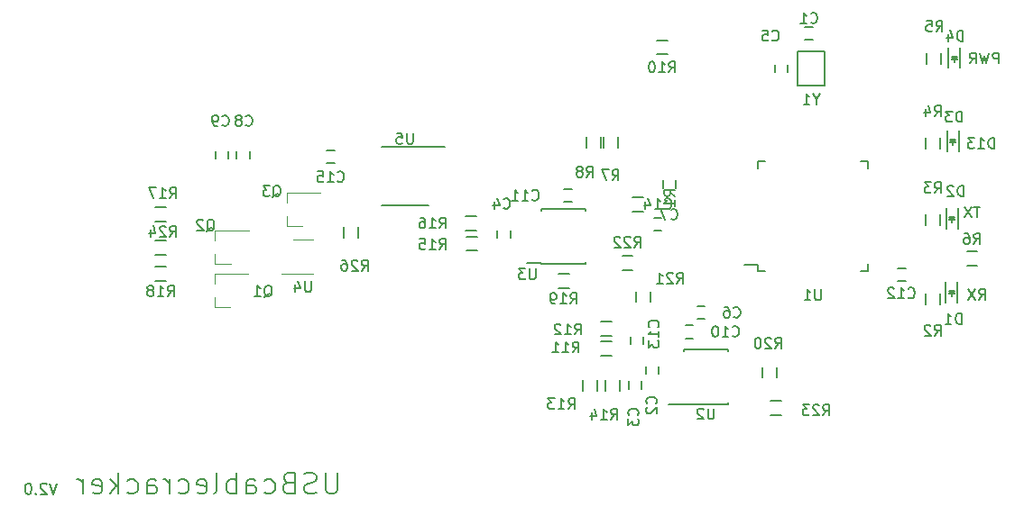
<source format=gbr>
G04 #@! TF.FileFunction,Legend,Bot*
%FSLAX46Y46*%
G04 Gerber Fmt 4.6, Leading zero omitted, Abs format (unit mm)*
G04 Created by KiCad (PCBNEW 4.0.5+dfsg1-4) date Fri Oct  5 16:33:36 2018*
%MOMM*%
%LPD*%
G01*
G04 APERTURE LIST*
%ADD10C,0.100000*%
%ADD11C,0.150000*%
%ADD12C,0.120000*%
G04 APERTURE END LIST*
D10*
D11*
X82595239Y-96404762D02*
X82595239Y-98023810D01*
X82500000Y-98214286D01*
X82404762Y-98309524D01*
X82214286Y-98404762D01*
X81833334Y-98404762D01*
X81642858Y-98309524D01*
X81547619Y-98214286D01*
X81452381Y-98023810D01*
X81452381Y-96404762D01*
X80595239Y-98309524D02*
X80309524Y-98404762D01*
X79833334Y-98404762D01*
X79642858Y-98309524D01*
X79547620Y-98214286D01*
X79452381Y-98023810D01*
X79452381Y-97833333D01*
X79547620Y-97642857D01*
X79642858Y-97547619D01*
X79833334Y-97452381D01*
X80214286Y-97357143D01*
X80404762Y-97261905D01*
X80500001Y-97166667D01*
X80595239Y-96976190D01*
X80595239Y-96785714D01*
X80500001Y-96595238D01*
X80404762Y-96500000D01*
X80214286Y-96404762D01*
X79738096Y-96404762D01*
X79452381Y-96500000D01*
X77928572Y-97357143D02*
X77642858Y-97452381D01*
X77547619Y-97547619D01*
X77452381Y-97738095D01*
X77452381Y-98023810D01*
X77547619Y-98214286D01*
X77642858Y-98309524D01*
X77833334Y-98404762D01*
X78595239Y-98404762D01*
X78595239Y-96404762D01*
X77928572Y-96404762D01*
X77738096Y-96500000D01*
X77642858Y-96595238D01*
X77547619Y-96785714D01*
X77547619Y-96976190D01*
X77642858Y-97166667D01*
X77738096Y-97261905D01*
X77928572Y-97357143D01*
X78595239Y-97357143D01*
X75738096Y-98309524D02*
X75928572Y-98404762D01*
X76309524Y-98404762D01*
X76500000Y-98309524D01*
X76595239Y-98214286D01*
X76690477Y-98023810D01*
X76690477Y-97452381D01*
X76595239Y-97261905D01*
X76500000Y-97166667D01*
X76309524Y-97071429D01*
X75928572Y-97071429D01*
X75738096Y-97166667D01*
X74023810Y-98404762D02*
X74023810Y-97357143D01*
X74119048Y-97166667D01*
X74309524Y-97071429D01*
X74690476Y-97071429D01*
X74880953Y-97166667D01*
X74023810Y-98309524D02*
X74214286Y-98404762D01*
X74690476Y-98404762D01*
X74880953Y-98309524D01*
X74976191Y-98119048D01*
X74976191Y-97928571D01*
X74880953Y-97738095D01*
X74690476Y-97642857D01*
X74214286Y-97642857D01*
X74023810Y-97547619D01*
X73071429Y-98404762D02*
X73071429Y-96404762D01*
X73071429Y-97166667D02*
X72880952Y-97071429D01*
X72500000Y-97071429D01*
X72309524Y-97166667D01*
X72214286Y-97261905D01*
X72119048Y-97452381D01*
X72119048Y-98023810D01*
X72214286Y-98214286D01*
X72309524Y-98309524D01*
X72500000Y-98404762D01*
X72880952Y-98404762D01*
X73071429Y-98309524D01*
X70976190Y-98404762D02*
X71166666Y-98309524D01*
X71261905Y-98119048D01*
X71261905Y-96404762D01*
X69452381Y-98309524D02*
X69642857Y-98404762D01*
X70023809Y-98404762D01*
X70214286Y-98309524D01*
X70309524Y-98119048D01*
X70309524Y-97357143D01*
X70214286Y-97166667D01*
X70023809Y-97071429D01*
X69642857Y-97071429D01*
X69452381Y-97166667D01*
X69357143Y-97357143D01*
X69357143Y-97547619D01*
X70309524Y-97738095D01*
X67642857Y-98309524D02*
X67833333Y-98404762D01*
X68214285Y-98404762D01*
X68404761Y-98309524D01*
X68500000Y-98214286D01*
X68595238Y-98023810D01*
X68595238Y-97452381D01*
X68500000Y-97261905D01*
X68404761Y-97166667D01*
X68214285Y-97071429D01*
X67833333Y-97071429D01*
X67642857Y-97166667D01*
X66785714Y-98404762D02*
X66785714Y-97071429D01*
X66785714Y-97452381D02*
X66690475Y-97261905D01*
X66595237Y-97166667D01*
X66404761Y-97071429D01*
X66214285Y-97071429D01*
X64690476Y-98404762D02*
X64690476Y-97357143D01*
X64785714Y-97166667D01*
X64976190Y-97071429D01*
X65357142Y-97071429D01*
X65547619Y-97166667D01*
X64690476Y-98309524D02*
X64880952Y-98404762D01*
X65357142Y-98404762D01*
X65547619Y-98309524D01*
X65642857Y-98119048D01*
X65642857Y-97928571D01*
X65547619Y-97738095D01*
X65357142Y-97642857D01*
X64880952Y-97642857D01*
X64690476Y-97547619D01*
X62880952Y-98309524D02*
X63071428Y-98404762D01*
X63452380Y-98404762D01*
X63642856Y-98309524D01*
X63738095Y-98214286D01*
X63833333Y-98023810D01*
X63833333Y-97452381D01*
X63738095Y-97261905D01*
X63642856Y-97166667D01*
X63452380Y-97071429D01*
X63071428Y-97071429D01*
X62880952Y-97166667D01*
X62023809Y-98404762D02*
X62023809Y-96404762D01*
X61833332Y-97642857D02*
X61261904Y-98404762D01*
X61261904Y-97071429D02*
X62023809Y-97833333D01*
X59642856Y-98309524D02*
X59833332Y-98404762D01*
X60214284Y-98404762D01*
X60404761Y-98309524D01*
X60499999Y-98119048D01*
X60499999Y-97357143D01*
X60404761Y-97166667D01*
X60214284Y-97071429D01*
X59833332Y-97071429D01*
X59642856Y-97166667D01*
X59547618Y-97357143D01*
X59547618Y-97547619D01*
X60499999Y-97738095D01*
X58690475Y-98404762D02*
X58690475Y-97071429D01*
X58690475Y-97452381D02*
X58595236Y-97261905D01*
X58499998Y-97166667D01*
X58309522Y-97071429D01*
X58119046Y-97071429D01*
X56223809Y-97452381D02*
X55890476Y-98452381D01*
X55557142Y-97452381D01*
X55271428Y-97547619D02*
X55223809Y-97500000D01*
X55128571Y-97452381D01*
X54890475Y-97452381D01*
X54795237Y-97500000D01*
X54747618Y-97547619D01*
X54699999Y-97642857D01*
X54699999Y-97738095D01*
X54747618Y-97880952D01*
X55319047Y-98452381D01*
X54699999Y-98452381D01*
X54271428Y-98357143D02*
X54223809Y-98404762D01*
X54271428Y-98452381D01*
X54319047Y-98404762D01*
X54271428Y-98357143D01*
X54271428Y-98452381D01*
X53604762Y-97452381D02*
X53509523Y-97452381D01*
X53414285Y-97500000D01*
X53366666Y-97547619D01*
X53319047Y-97642857D01*
X53271428Y-97833333D01*
X53271428Y-98071429D01*
X53319047Y-98261905D01*
X53366666Y-98357143D01*
X53414285Y-98404762D01*
X53509523Y-98452381D01*
X53604762Y-98452381D01*
X53700000Y-98404762D01*
X53747619Y-98357143D01*
X53795238Y-98261905D01*
X53842857Y-98071429D01*
X53842857Y-97833333D01*
X53795238Y-97642857D01*
X53747619Y-97547619D01*
X53700000Y-97500000D01*
X53604762Y-97452381D01*
X144214286Y-65952381D02*
X144214286Y-64952381D01*
X143976191Y-64952381D01*
X143833333Y-65000000D01*
X143738095Y-65095238D01*
X143690476Y-65190476D01*
X143642857Y-65380952D01*
X143642857Y-65523810D01*
X143690476Y-65714286D01*
X143738095Y-65809524D01*
X143833333Y-65904762D01*
X143976191Y-65952381D01*
X144214286Y-65952381D01*
X142690476Y-65952381D02*
X143261905Y-65952381D01*
X142976191Y-65952381D02*
X142976191Y-64952381D01*
X143071429Y-65095238D01*
X143166667Y-65190476D01*
X143261905Y-65238095D01*
X142357143Y-64952381D02*
X141738095Y-64952381D01*
X142071429Y-65333333D01*
X141928571Y-65333333D01*
X141833333Y-65380952D01*
X141785714Y-65428571D01*
X141738095Y-65523810D01*
X141738095Y-65761905D01*
X141785714Y-65857143D01*
X141833333Y-65904762D01*
X141928571Y-65952381D01*
X142214286Y-65952381D01*
X142309524Y-65904762D01*
X142357143Y-65857143D01*
X142861905Y-71442381D02*
X142290476Y-71442381D01*
X142576191Y-72442381D02*
X142576191Y-71442381D01*
X142052381Y-71442381D02*
X141385714Y-72442381D01*
X141385714Y-71442381D02*
X142052381Y-72442381D01*
X142766666Y-80152381D02*
X143100000Y-79676190D01*
X143338095Y-80152381D02*
X143338095Y-79152381D01*
X142957142Y-79152381D01*
X142861904Y-79200000D01*
X142814285Y-79247619D01*
X142766666Y-79342857D01*
X142766666Y-79485714D01*
X142814285Y-79580952D01*
X142861904Y-79628571D01*
X142957142Y-79676190D01*
X143338095Y-79676190D01*
X142433333Y-79152381D02*
X141766666Y-80152381D01*
X141766666Y-79152381D02*
X142433333Y-80152381D01*
X144633333Y-57952381D02*
X144633333Y-56952381D01*
X144252380Y-56952381D01*
X144157142Y-57000000D01*
X144109523Y-57047619D01*
X144061904Y-57142857D01*
X144061904Y-57285714D01*
X144109523Y-57380952D01*
X144157142Y-57428571D01*
X144252380Y-57476190D01*
X144633333Y-57476190D01*
X143728571Y-56952381D02*
X143490476Y-57952381D01*
X143299999Y-57238095D01*
X143109523Y-57952381D01*
X142871428Y-56952381D01*
X141919047Y-57952381D02*
X142252381Y-57476190D01*
X142490476Y-57952381D02*
X142490476Y-56952381D01*
X142109523Y-56952381D01*
X142014285Y-57000000D01*
X141966666Y-57047619D01*
X141919047Y-57142857D01*
X141919047Y-57285714D01*
X141966666Y-57380952D01*
X142014285Y-57428571D01*
X142109523Y-57476190D01*
X142490476Y-57476190D01*
X115950000Y-82600000D02*
X115250000Y-82600000D01*
X115250000Y-83800000D02*
X115950000Y-83800000D01*
X66460000Y-77075000D02*
X65460000Y-77075000D01*
X65460000Y-78425000D02*
X66460000Y-78425000D01*
X65460000Y-72805000D02*
X66460000Y-72805000D01*
X66460000Y-71455000D02*
X65460000Y-71455000D01*
X127169496Y-54541946D02*
X126469496Y-54541946D01*
X126469496Y-55741946D02*
X127169496Y-55741946D01*
X111500000Y-86450000D02*
X111500000Y-87150000D01*
X112700000Y-87150000D02*
X112700000Y-86450000D01*
X111100000Y-88550000D02*
X111100000Y-87850000D01*
X109900000Y-87850000D02*
X109900000Y-88550000D01*
X98800000Y-74350000D02*
X98800000Y-73650000D01*
X97600000Y-73650000D02*
X97600000Y-74350000D01*
X124819496Y-58791946D02*
X124819496Y-58091946D01*
X123619496Y-58091946D02*
X123619496Y-58791946D01*
X113100000Y-68950000D02*
X113100000Y-69650000D01*
X114300000Y-69650000D02*
X114300000Y-68950000D01*
X72360000Y-66930000D02*
X72360000Y-66230000D01*
X71160000Y-66230000D02*
X71160000Y-66930000D01*
X140750000Y-78525000D02*
X140750000Y-80425000D01*
X139650000Y-78525000D02*
X139650000Y-80425000D01*
X140200000Y-79425000D02*
X140200000Y-79875000D01*
X139950000Y-79375000D02*
X140450000Y-79375000D01*
X140200000Y-79375000D02*
X139950000Y-79625000D01*
X139950000Y-79625000D02*
X140450000Y-79625000D01*
X140450000Y-79625000D02*
X140200000Y-79375000D01*
X140797767Y-71586035D02*
X140797767Y-73486035D01*
X139697767Y-71586035D02*
X139697767Y-73486035D01*
X140247767Y-72486035D02*
X140247767Y-72936035D01*
X139997767Y-72436035D02*
X140497767Y-72436035D01*
X140247767Y-72436035D02*
X139997767Y-72686035D01*
X139997767Y-72686035D02*
X140497767Y-72686035D01*
X140497767Y-72686035D02*
X140247767Y-72436035D01*
X140897767Y-64286035D02*
X140897767Y-66186035D01*
X139797767Y-64286035D02*
X139797767Y-66186035D01*
X140347767Y-65186035D02*
X140347767Y-65636035D01*
X140097767Y-65136035D02*
X140597767Y-65136035D01*
X140347767Y-65136035D02*
X140097767Y-65386035D01*
X140097767Y-65386035D02*
X140597767Y-65386035D01*
X140597767Y-65386035D02*
X140347767Y-65136035D01*
X140997767Y-56486035D02*
X140997767Y-58386035D01*
X139897767Y-56486035D02*
X139897767Y-58386035D01*
X140447767Y-57386035D02*
X140447767Y-57836035D01*
X140197767Y-57336035D02*
X140697767Y-57336035D01*
X140447767Y-57336035D02*
X140197767Y-57586035D01*
X140197767Y-57586035D02*
X140697767Y-57586035D01*
X140697767Y-57586035D02*
X140447767Y-57336035D01*
X111300000Y-70515000D02*
X110300000Y-70515000D01*
X110300000Y-71865000D02*
X111300000Y-71865000D01*
X139122767Y-80586035D02*
X139122767Y-79586035D01*
X137772767Y-79586035D02*
X137772767Y-80586035D01*
X137772767Y-72186035D02*
X137772767Y-73186035D01*
X139122767Y-73186035D02*
X139122767Y-72186035D01*
X137772767Y-64986035D02*
X137772767Y-65986035D01*
X139122767Y-65986035D02*
X139122767Y-64986035D01*
X137872767Y-56986035D02*
X137872767Y-57986035D01*
X139222767Y-57986035D02*
X139222767Y-56986035D01*
X141630000Y-76955000D02*
X142630000Y-76955000D01*
X142630000Y-75605000D02*
X141630000Y-75605000D01*
X107525000Y-64900000D02*
X107525000Y-65900000D01*
X108875000Y-65900000D02*
X108875000Y-64900000D01*
X105925000Y-64900000D02*
X105925000Y-65900000D01*
X107275000Y-65900000D02*
X107275000Y-64900000D01*
X113540000Y-55765000D02*
X112540000Y-55765000D01*
X112540000Y-57115000D02*
X113540000Y-57115000D01*
X107300000Y-85475000D02*
X108300000Y-85475000D01*
X108300000Y-84125000D02*
X107300000Y-84125000D01*
X108300000Y-82225000D02*
X107300000Y-82225000D01*
X107300000Y-83575000D02*
X108300000Y-83575000D01*
X105625000Y-87700000D02*
X105625000Y-88700000D01*
X106975000Y-88700000D02*
X106975000Y-87700000D01*
X107725000Y-87700000D02*
X107725000Y-88700000D01*
X109075000Y-88700000D02*
X109075000Y-87700000D01*
X94700000Y-75575000D02*
X95700000Y-75575000D01*
X95700000Y-74225000D02*
X94700000Y-74225000D01*
X94600000Y-73675000D02*
X95600000Y-73675000D01*
X95600000Y-72325000D02*
X94600000Y-72325000D01*
X103300000Y-79075000D02*
X104300000Y-79075000D01*
X104300000Y-77725000D02*
X103300000Y-77725000D01*
X122025000Y-77475000D02*
X122025000Y-76900000D01*
X132375000Y-77475000D02*
X132375000Y-76800000D01*
X132375000Y-67125000D02*
X132375000Y-67800000D01*
X122025000Y-67125000D02*
X122025000Y-67800000D01*
X122025000Y-77475000D02*
X122700000Y-77475000D01*
X122025000Y-67125000D02*
X122700000Y-67125000D01*
X132375000Y-67125000D02*
X131700000Y-67125000D01*
X132375000Y-77475000D02*
X131700000Y-77475000D01*
X122025000Y-76900000D02*
X120750000Y-76900000D01*
X115075000Y-90025000D02*
X115075000Y-89975000D01*
X119225000Y-90025000D02*
X119225000Y-89880000D01*
X119225000Y-84875000D02*
X119225000Y-85020000D01*
X115075000Y-84875000D02*
X115075000Y-85020000D01*
X115075000Y-90025000D02*
X119225000Y-90025000D01*
X115075000Y-84875000D02*
X119225000Y-84875000D01*
X115075000Y-89975000D02*
X113675000Y-89975000D01*
X125719496Y-56841946D02*
X125719496Y-60041946D01*
X125719496Y-60041946D02*
X128319496Y-60041946D01*
X128319496Y-60041946D02*
X128319496Y-56841946D01*
X128319496Y-56841946D02*
X125719496Y-56841946D01*
X116320000Y-81980000D02*
X117020000Y-81980000D01*
X117020000Y-80780000D02*
X116320000Y-80780000D01*
X103850000Y-71000000D02*
X104550000Y-71000000D01*
X104550000Y-69800000D02*
X103850000Y-69800000D01*
X135880000Y-77210000D02*
X135180000Y-77210000D01*
X135180000Y-78410000D02*
X135880000Y-78410000D01*
X101725000Y-76775000D02*
X101725000Y-76725000D01*
X105875000Y-76775000D02*
X105875000Y-76630000D01*
X105875000Y-71625000D02*
X105875000Y-71770000D01*
X101725000Y-71625000D02*
X101725000Y-71770000D01*
X101725000Y-76775000D02*
X105875000Y-76775000D01*
X101725000Y-71625000D02*
X105875000Y-71625000D01*
X101725000Y-76725000D02*
X100325000Y-76725000D01*
X122425000Y-86500000D02*
X122425000Y-87500000D01*
X123775000Y-87500000D02*
X123775000Y-86500000D01*
X111975000Y-80400000D02*
X111975000Y-79400000D01*
X110625000Y-79400000D02*
X110625000Y-80400000D01*
X109300000Y-77375000D02*
X110300000Y-77375000D01*
X110300000Y-76025000D02*
X109300000Y-76025000D01*
X111300000Y-84350000D02*
X111300000Y-83650000D01*
X110100000Y-83650000D02*
X110100000Y-84350000D01*
D12*
X71020000Y-80900000D02*
X71020000Y-79970000D01*
X71020000Y-77740000D02*
X71020000Y-78670000D01*
X71020000Y-77740000D02*
X74180000Y-77740000D01*
X71020000Y-80900000D02*
X72480000Y-80900000D01*
X71090000Y-76820000D02*
X71090000Y-75890000D01*
X71090000Y-73660000D02*
X71090000Y-74590000D01*
X71090000Y-73660000D02*
X74250000Y-73660000D01*
X71090000Y-76820000D02*
X72550000Y-76820000D01*
X77830000Y-73240000D02*
X77830000Y-72310000D01*
X77830000Y-70080000D02*
X77830000Y-71010000D01*
X77830000Y-70080000D02*
X80990000Y-70080000D01*
X77830000Y-73240000D02*
X79290000Y-73240000D01*
D11*
X65460000Y-75955000D02*
X66460000Y-75955000D01*
X66460000Y-74605000D02*
X65460000Y-74605000D01*
X84545000Y-74330000D02*
X84545000Y-73330000D01*
X83195000Y-73330000D02*
X83195000Y-74330000D01*
D12*
X78450000Y-74490000D02*
X80250000Y-74490000D01*
X80250000Y-77710000D02*
X77300000Y-77710000D01*
D11*
X124240000Y-89655000D02*
X123240000Y-89655000D01*
X123240000Y-91005000D02*
X124240000Y-91005000D01*
X113000000Y-72510000D02*
X112300000Y-72510000D01*
X112300000Y-73710000D02*
X113000000Y-73710000D01*
X74330000Y-66930000D02*
X74330000Y-66230000D01*
X73130000Y-66230000D02*
X73130000Y-66930000D01*
X91110000Y-71335000D02*
X86710000Y-71335000D01*
X92685000Y-65810000D02*
X86710000Y-65810000D01*
X81590000Y-67360000D02*
X82290000Y-67360000D01*
X82290000Y-66160000D02*
X81590000Y-66160000D01*
X119766666Y-81757143D02*
X119814285Y-81804762D01*
X119957142Y-81852381D01*
X120052380Y-81852381D01*
X120195238Y-81804762D01*
X120290476Y-81709524D01*
X120338095Y-81614286D01*
X120385714Y-81423810D01*
X120385714Y-81280952D01*
X120338095Y-81090476D01*
X120290476Y-80995238D01*
X120195238Y-80900000D01*
X120052380Y-80852381D01*
X119957142Y-80852381D01*
X119814285Y-80900000D01*
X119766666Y-80947619D01*
X118909523Y-80852381D02*
X119100000Y-80852381D01*
X119195238Y-80900000D01*
X119242857Y-80947619D01*
X119338095Y-81090476D01*
X119385714Y-81280952D01*
X119385714Y-81661905D01*
X119338095Y-81757143D01*
X119290476Y-81804762D01*
X119195238Y-81852381D01*
X119004761Y-81852381D01*
X118909523Y-81804762D01*
X118861904Y-81757143D01*
X118814285Y-81661905D01*
X118814285Y-81423810D01*
X118861904Y-81328571D01*
X118909523Y-81280952D01*
X119004761Y-81233333D01*
X119195238Y-81233333D01*
X119290476Y-81280952D01*
X119338095Y-81328571D01*
X119385714Y-81423810D01*
X66642857Y-79842381D02*
X66976191Y-79366190D01*
X67214286Y-79842381D02*
X67214286Y-78842381D01*
X66833333Y-78842381D01*
X66738095Y-78890000D01*
X66690476Y-78937619D01*
X66642857Y-79032857D01*
X66642857Y-79175714D01*
X66690476Y-79270952D01*
X66738095Y-79318571D01*
X66833333Y-79366190D01*
X67214286Y-79366190D01*
X65690476Y-79842381D02*
X66261905Y-79842381D01*
X65976191Y-79842381D02*
X65976191Y-78842381D01*
X66071429Y-78985238D01*
X66166667Y-79080476D01*
X66261905Y-79128095D01*
X65119048Y-79270952D02*
X65214286Y-79223333D01*
X65261905Y-79175714D01*
X65309524Y-79080476D01*
X65309524Y-79032857D01*
X65261905Y-78937619D01*
X65214286Y-78890000D01*
X65119048Y-78842381D01*
X64928571Y-78842381D01*
X64833333Y-78890000D01*
X64785714Y-78937619D01*
X64738095Y-79032857D01*
X64738095Y-79080476D01*
X64785714Y-79175714D01*
X64833333Y-79223333D01*
X64928571Y-79270952D01*
X65119048Y-79270952D01*
X65214286Y-79318571D01*
X65261905Y-79366190D01*
X65309524Y-79461429D01*
X65309524Y-79651905D01*
X65261905Y-79747143D01*
X65214286Y-79794762D01*
X65119048Y-79842381D01*
X64928571Y-79842381D01*
X64833333Y-79794762D01*
X64785714Y-79747143D01*
X64738095Y-79651905D01*
X64738095Y-79461429D01*
X64785714Y-79366190D01*
X64833333Y-79318571D01*
X64928571Y-79270952D01*
X66842857Y-70642381D02*
X67176191Y-70166190D01*
X67414286Y-70642381D02*
X67414286Y-69642381D01*
X67033333Y-69642381D01*
X66938095Y-69690000D01*
X66890476Y-69737619D01*
X66842857Y-69832857D01*
X66842857Y-69975714D01*
X66890476Y-70070952D01*
X66938095Y-70118571D01*
X67033333Y-70166190D01*
X67414286Y-70166190D01*
X65890476Y-70642381D02*
X66461905Y-70642381D01*
X66176191Y-70642381D02*
X66176191Y-69642381D01*
X66271429Y-69785238D01*
X66366667Y-69880476D01*
X66461905Y-69928095D01*
X65557143Y-69642381D02*
X64890476Y-69642381D01*
X65319048Y-70642381D01*
X126986162Y-54099089D02*
X127033781Y-54146708D01*
X127176638Y-54194327D01*
X127271876Y-54194327D01*
X127414734Y-54146708D01*
X127509972Y-54051470D01*
X127557591Y-53956232D01*
X127605210Y-53765756D01*
X127605210Y-53622898D01*
X127557591Y-53432422D01*
X127509972Y-53337184D01*
X127414734Y-53241946D01*
X127271876Y-53194327D01*
X127176638Y-53194327D01*
X127033781Y-53241946D01*
X126986162Y-53289565D01*
X126033781Y-54194327D02*
X126605210Y-54194327D01*
X126319496Y-54194327D02*
X126319496Y-53194327D01*
X126414734Y-53337184D01*
X126509972Y-53432422D01*
X126605210Y-53480041D01*
X112457143Y-89923334D02*
X112504762Y-89875715D01*
X112552381Y-89732858D01*
X112552381Y-89637620D01*
X112504762Y-89494762D01*
X112409524Y-89399524D01*
X112314286Y-89351905D01*
X112123810Y-89304286D01*
X111980952Y-89304286D01*
X111790476Y-89351905D01*
X111695238Y-89399524D01*
X111600000Y-89494762D01*
X111552381Y-89637620D01*
X111552381Y-89732858D01*
X111600000Y-89875715D01*
X111647619Y-89923334D01*
X111647619Y-90304286D02*
X111600000Y-90351905D01*
X111552381Y-90447143D01*
X111552381Y-90685239D01*
X111600000Y-90780477D01*
X111647619Y-90828096D01*
X111742857Y-90875715D01*
X111838095Y-90875715D01*
X111980952Y-90828096D01*
X112552381Y-90256667D01*
X112552381Y-90875715D01*
X110757143Y-91023334D02*
X110804762Y-90975715D01*
X110852381Y-90832858D01*
X110852381Y-90737620D01*
X110804762Y-90594762D01*
X110709524Y-90499524D01*
X110614286Y-90451905D01*
X110423810Y-90404286D01*
X110280952Y-90404286D01*
X110090476Y-90451905D01*
X109995238Y-90499524D01*
X109900000Y-90594762D01*
X109852381Y-90737620D01*
X109852381Y-90832858D01*
X109900000Y-90975715D01*
X109947619Y-91023334D01*
X109852381Y-91356667D02*
X109852381Y-91975715D01*
X110233333Y-91642381D01*
X110233333Y-91785239D01*
X110280952Y-91880477D01*
X110328571Y-91928096D01*
X110423810Y-91975715D01*
X110661905Y-91975715D01*
X110757143Y-91928096D01*
X110804762Y-91880477D01*
X110852381Y-91785239D01*
X110852381Y-91499524D01*
X110804762Y-91404286D01*
X110757143Y-91356667D01*
X98166666Y-71547143D02*
X98214285Y-71594762D01*
X98357142Y-71642381D01*
X98452380Y-71642381D01*
X98595238Y-71594762D01*
X98690476Y-71499524D01*
X98738095Y-71404286D01*
X98785714Y-71213810D01*
X98785714Y-71070952D01*
X98738095Y-70880476D01*
X98690476Y-70785238D01*
X98595238Y-70690000D01*
X98452380Y-70642381D01*
X98357142Y-70642381D01*
X98214285Y-70690000D01*
X98166666Y-70737619D01*
X97309523Y-70975714D02*
X97309523Y-71642381D01*
X97547619Y-70594762D02*
X97785714Y-71309048D01*
X97166666Y-71309048D01*
X123366666Y-55747143D02*
X123414285Y-55794762D01*
X123557142Y-55842381D01*
X123652380Y-55842381D01*
X123795238Y-55794762D01*
X123890476Y-55699524D01*
X123938095Y-55604286D01*
X123985714Y-55413810D01*
X123985714Y-55270952D01*
X123938095Y-55080476D01*
X123890476Y-54985238D01*
X123795238Y-54890000D01*
X123652380Y-54842381D01*
X123557142Y-54842381D01*
X123414285Y-54890000D01*
X123366666Y-54937619D01*
X122461904Y-54842381D02*
X122938095Y-54842381D01*
X122985714Y-55318571D01*
X122938095Y-55270952D01*
X122842857Y-55223333D01*
X122604761Y-55223333D01*
X122509523Y-55270952D01*
X122461904Y-55318571D01*
X122414285Y-55413810D01*
X122414285Y-55651905D01*
X122461904Y-55747143D01*
X122509523Y-55794762D01*
X122604761Y-55842381D01*
X122842857Y-55842381D01*
X122938095Y-55794762D01*
X122985714Y-55747143D01*
X113866666Y-72557143D02*
X113914285Y-72604762D01*
X114057142Y-72652381D01*
X114152380Y-72652381D01*
X114295238Y-72604762D01*
X114390476Y-72509524D01*
X114438095Y-72414286D01*
X114485714Y-72223810D01*
X114485714Y-72080952D01*
X114438095Y-71890476D01*
X114390476Y-71795238D01*
X114295238Y-71700000D01*
X114152380Y-71652381D01*
X114057142Y-71652381D01*
X113914285Y-71700000D01*
X113866666Y-71747619D01*
X113533333Y-71652381D02*
X112866666Y-71652381D01*
X113295238Y-72652381D01*
X71766666Y-63747143D02*
X71814285Y-63794762D01*
X71957142Y-63842381D01*
X72052380Y-63842381D01*
X72195238Y-63794762D01*
X72290476Y-63699524D01*
X72338095Y-63604286D01*
X72385714Y-63413810D01*
X72385714Y-63270952D01*
X72338095Y-63080476D01*
X72290476Y-62985238D01*
X72195238Y-62890000D01*
X72052380Y-62842381D01*
X71957142Y-62842381D01*
X71814285Y-62890000D01*
X71766666Y-62937619D01*
X71290476Y-63842381D02*
X71100000Y-63842381D01*
X71004761Y-63794762D01*
X70957142Y-63747143D01*
X70861904Y-63604286D01*
X70814285Y-63413810D01*
X70814285Y-63032857D01*
X70861904Y-62937619D01*
X70909523Y-62890000D01*
X71004761Y-62842381D01*
X71195238Y-62842381D01*
X71290476Y-62890000D01*
X71338095Y-62937619D01*
X71385714Y-63032857D01*
X71385714Y-63270952D01*
X71338095Y-63366190D01*
X71290476Y-63413810D01*
X71195238Y-63461429D01*
X71004761Y-63461429D01*
X70909523Y-63413810D01*
X70861904Y-63366190D01*
X70814285Y-63270952D01*
X141138095Y-82452381D02*
X141138095Y-81452381D01*
X140900000Y-81452381D01*
X140757142Y-81500000D01*
X140661904Y-81595238D01*
X140614285Y-81690476D01*
X140566666Y-81880952D01*
X140566666Y-82023810D01*
X140614285Y-82214286D01*
X140661904Y-82309524D01*
X140757142Y-82404762D01*
X140900000Y-82452381D01*
X141138095Y-82452381D01*
X139614285Y-82452381D02*
X140185714Y-82452381D01*
X139900000Y-82452381D02*
X139900000Y-81452381D01*
X139995238Y-81595238D01*
X140090476Y-81690476D01*
X140185714Y-81738095D01*
X141338095Y-70452381D02*
X141338095Y-69452381D01*
X141100000Y-69452381D01*
X140957142Y-69500000D01*
X140861904Y-69595238D01*
X140814285Y-69690476D01*
X140766666Y-69880952D01*
X140766666Y-70023810D01*
X140814285Y-70214286D01*
X140861904Y-70309524D01*
X140957142Y-70404762D01*
X141100000Y-70452381D01*
X141338095Y-70452381D01*
X140385714Y-69547619D02*
X140338095Y-69500000D01*
X140242857Y-69452381D01*
X140004761Y-69452381D01*
X139909523Y-69500000D01*
X139861904Y-69547619D01*
X139814285Y-69642857D01*
X139814285Y-69738095D01*
X139861904Y-69880952D01*
X140433333Y-70452381D01*
X139814285Y-70452381D01*
X141185862Y-63452381D02*
X141185862Y-62452381D01*
X140947767Y-62452381D01*
X140804909Y-62500000D01*
X140709671Y-62595238D01*
X140662052Y-62690476D01*
X140614433Y-62880952D01*
X140614433Y-63023810D01*
X140662052Y-63214286D01*
X140709671Y-63309524D01*
X140804909Y-63404762D01*
X140947767Y-63452381D01*
X141185862Y-63452381D01*
X140281100Y-62452381D02*
X139662052Y-62452381D01*
X139995386Y-62833333D01*
X139852528Y-62833333D01*
X139757290Y-62880952D01*
X139709671Y-62928571D01*
X139662052Y-63023810D01*
X139662052Y-63261905D01*
X139709671Y-63357143D01*
X139757290Y-63404762D01*
X139852528Y-63452381D01*
X140138243Y-63452381D01*
X140233481Y-63404762D01*
X140281100Y-63357143D01*
X141285862Y-55852381D02*
X141285862Y-54852381D01*
X141047767Y-54852381D01*
X140904909Y-54900000D01*
X140809671Y-54995238D01*
X140762052Y-55090476D01*
X140714433Y-55280952D01*
X140714433Y-55423810D01*
X140762052Y-55614286D01*
X140809671Y-55709524D01*
X140904909Y-55804762D01*
X141047767Y-55852381D01*
X141285862Y-55852381D01*
X139857290Y-55185714D02*
X139857290Y-55852381D01*
X140095386Y-54804762D02*
X140333481Y-55519048D01*
X139714433Y-55519048D01*
X114252381Y-70423334D02*
X113776190Y-70090000D01*
X114252381Y-69851905D02*
X113252381Y-69851905D01*
X113252381Y-70232858D01*
X113300000Y-70328096D01*
X113347619Y-70375715D01*
X113442857Y-70423334D01*
X113585714Y-70423334D01*
X113680952Y-70375715D01*
X113728571Y-70328096D01*
X113776190Y-70232858D01*
X113776190Y-69851905D01*
X114252381Y-71375715D02*
X114252381Y-70804286D01*
X114252381Y-71090000D02*
X113252381Y-71090000D01*
X113395238Y-70994762D01*
X113490476Y-70899524D01*
X113538095Y-70804286D01*
X138614433Y-83538416D02*
X138947767Y-83062225D01*
X139185862Y-83538416D02*
X139185862Y-82538416D01*
X138804909Y-82538416D01*
X138709671Y-82586035D01*
X138662052Y-82633654D01*
X138614433Y-82728892D01*
X138614433Y-82871749D01*
X138662052Y-82966987D01*
X138709671Y-83014606D01*
X138804909Y-83062225D01*
X139185862Y-83062225D01*
X138233481Y-82633654D02*
X138185862Y-82586035D01*
X138090624Y-82538416D01*
X137852528Y-82538416D01*
X137757290Y-82586035D01*
X137709671Y-82633654D01*
X137662052Y-82728892D01*
X137662052Y-82824130D01*
X137709671Y-82966987D01*
X138281100Y-83538416D01*
X137662052Y-83538416D01*
X138614433Y-70138416D02*
X138947767Y-69662225D01*
X139185862Y-70138416D02*
X139185862Y-69138416D01*
X138804909Y-69138416D01*
X138709671Y-69186035D01*
X138662052Y-69233654D01*
X138614433Y-69328892D01*
X138614433Y-69471749D01*
X138662052Y-69566987D01*
X138709671Y-69614606D01*
X138804909Y-69662225D01*
X139185862Y-69662225D01*
X138281100Y-69138416D02*
X137662052Y-69138416D01*
X137995386Y-69519368D01*
X137852528Y-69519368D01*
X137757290Y-69566987D01*
X137709671Y-69614606D01*
X137662052Y-69709845D01*
X137662052Y-69947940D01*
X137709671Y-70043178D01*
X137757290Y-70090797D01*
X137852528Y-70138416D01*
X138138243Y-70138416D01*
X138233481Y-70090797D01*
X138281100Y-70043178D01*
X138614433Y-62938416D02*
X138947767Y-62462225D01*
X139185862Y-62938416D02*
X139185862Y-61938416D01*
X138804909Y-61938416D01*
X138709671Y-61986035D01*
X138662052Y-62033654D01*
X138614433Y-62128892D01*
X138614433Y-62271749D01*
X138662052Y-62366987D01*
X138709671Y-62414606D01*
X138804909Y-62462225D01*
X139185862Y-62462225D01*
X137757290Y-62271749D02*
X137757290Y-62938416D01*
X137995386Y-61890797D02*
X138233481Y-62605083D01*
X137614433Y-62605083D01*
X138766666Y-54938416D02*
X139100000Y-54462225D01*
X139338095Y-54938416D02*
X139338095Y-53938416D01*
X138957142Y-53938416D01*
X138861904Y-53986035D01*
X138814285Y-54033654D01*
X138766666Y-54128892D01*
X138766666Y-54271749D01*
X138814285Y-54366987D01*
X138861904Y-54414606D01*
X138957142Y-54462225D01*
X139338095Y-54462225D01*
X137861904Y-53938416D02*
X138338095Y-53938416D01*
X138385714Y-54414606D01*
X138338095Y-54366987D01*
X138242857Y-54319368D01*
X138004761Y-54319368D01*
X137909523Y-54366987D01*
X137861904Y-54414606D01*
X137814285Y-54509845D01*
X137814285Y-54747940D01*
X137861904Y-54843178D01*
X137909523Y-54890797D01*
X138004761Y-54938416D01*
X138242857Y-54938416D01*
X138338095Y-54890797D01*
X138385714Y-54843178D01*
X142296666Y-74932381D02*
X142630000Y-74456190D01*
X142868095Y-74932381D02*
X142868095Y-73932381D01*
X142487142Y-73932381D01*
X142391904Y-73980000D01*
X142344285Y-74027619D01*
X142296666Y-74122857D01*
X142296666Y-74265714D01*
X142344285Y-74360952D01*
X142391904Y-74408571D01*
X142487142Y-74456190D01*
X142868095Y-74456190D01*
X141439523Y-73932381D02*
X141630000Y-73932381D01*
X141725238Y-73980000D01*
X141772857Y-74027619D01*
X141868095Y-74170476D01*
X141915714Y-74360952D01*
X141915714Y-74741905D01*
X141868095Y-74837143D01*
X141820476Y-74884762D01*
X141725238Y-74932381D01*
X141534761Y-74932381D01*
X141439523Y-74884762D01*
X141391904Y-74837143D01*
X141344285Y-74741905D01*
X141344285Y-74503810D01*
X141391904Y-74408571D01*
X141439523Y-74360952D01*
X141534761Y-74313333D01*
X141725238Y-74313333D01*
X141820476Y-74360952D01*
X141868095Y-74408571D01*
X141915714Y-74503810D01*
X108366666Y-68952381D02*
X108700000Y-68476190D01*
X108938095Y-68952381D02*
X108938095Y-67952381D01*
X108557142Y-67952381D01*
X108461904Y-68000000D01*
X108414285Y-68047619D01*
X108366666Y-68142857D01*
X108366666Y-68285714D01*
X108414285Y-68380952D01*
X108461904Y-68428571D01*
X108557142Y-68476190D01*
X108938095Y-68476190D01*
X108033333Y-67952381D02*
X107366666Y-67952381D01*
X107795238Y-68952381D01*
X105966666Y-68652381D02*
X106300000Y-68176190D01*
X106538095Y-68652381D02*
X106538095Y-67652381D01*
X106157142Y-67652381D01*
X106061904Y-67700000D01*
X106014285Y-67747619D01*
X105966666Y-67842857D01*
X105966666Y-67985714D01*
X106014285Y-68080952D01*
X106061904Y-68128571D01*
X106157142Y-68176190D01*
X106538095Y-68176190D01*
X105395238Y-68080952D02*
X105490476Y-68033333D01*
X105538095Y-67985714D01*
X105585714Y-67890476D01*
X105585714Y-67842857D01*
X105538095Y-67747619D01*
X105490476Y-67700000D01*
X105395238Y-67652381D01*
X105204761Y-67652381D01*
X105109523Y-67700000D01*
X105061904Y-67747619D01*
X105014285Y-67842857D01*
X105014285Y-67890476D01*
X105061904Y-67985714D01*
X105109523Y-68033333D01*
X105204761Y-68080952D01*
X105395238Y-68080952D01*
X105490476Y-68128571D01*
X105538095Y-68176190D01*
X105585714Y-68271429D01*
X105585714Y-68461905D01*
X105538095Y-68557143D01*
X105490476Y-68604762D01*
X105395238Y-68652381D01*
X105204761Y-68652381D01*
X105109523Y-68604762D01*
X105061904Y-68557143D01*
X105014285Y-68461905D01*
X105014285Y-68271429D01*
X105061904Y-68176190D01*
X105109523Y-68128571D01*
X105204761Y-68080952D01*
X113682857Y-58792381D02*
X114016191Y-58316190D01*
X114254286Y-58792381D02*
X114254286Y-57792381D01*
X113873333Y-57792381D01*
X113778095Y-57840000D01*
X113730476Y-57887619D01*
X113682857Y-57982857D01*
X113682857Y-58125714D01*
X113730476Y-58220952D01*
X113778095Y-58268571D01*
X113873333Y-58316190D01*
X114254286Y-58316190D01*
X112730476Y-58792381D02*
X113301905Y-58792381D01*
X113016191Y-58792381D02*
X113016191Y-57792381D01*
X113111429Y-57935238D01*
X113206667Y-58030476D01*
X113301905Y-58078095D01*
X112111429Y-57792381D02*
X112016190Y-57792381D01*
X111920952Y-57840000D01*
X111873333Y-57887619D01*
X111825714Y-57982857D01*
X111778095Y-58173333D01*
X111778095Y-58411429D01*
X111825714Y-58601905D01*
X111873333Y-58697143D01*
X111920952Y-58744762D01*
X112016190Y-58792381D01*
X112111429Y-58792381D01*
X112206667Y-58744762D01*
X112254286Y-58697143D01*
X112301905Y-58601905D01*
X112349524Y-58411429D01*
X112349524Y-58173333D01*
X112301905Y-57982857D01*
X112254286Y-57887619D01*
X112206667Y-57840000D01*
X112111429Y-57792381D01*
X104642857Y-85142381D02*
X104976191Y-84666190D01*
X105214286Y-85142381D02*
X105214286Y-84142381D01*
X104833333Y-84142381D01*
X104738095Y-84190000D01*
X104690476Y-84237619D01*
X104642857Y-84332857D01*
X104642857Y-84475714D01*
X104690476Y-84570952D01*
X104738095Y-84618571D01*
X104833333Y-84666190D01*
X105214286Y-84666190D01*
X103690476Y-85142381D02*
X104261905Y-85142381D01*
X103976191Y-85142381D02*
X103976191Y-84142381D01*
X104071429Y-84285238D01*
X104166667Y-84380476D01*
X104261905Y-84428095D01*
X102738095Y-85142381D02*
X103309524Y-85142381D01*
X103023810Y-85142381D02*
X103023810Y-84142381D01*
X103119048Y-84285238D01*
X103214286Y-84380476D01*
X103309524Y-84428095D01*
X104842857Y-83442381D02*
X105176191Y-82966190D01*
X105414286Y-83442381D02*
X105414286Y-82442381D01*
X105033333Y-82442381D01*
X104938095Y-82490000D01*
X104890476Y-82537619D01*
X104842857Y-82632857D01*
X104842857Y-82775714D01*
X104890476Y-82870952D01*
X104938095Y-82918571D01*
X105033333Y-82966190D01*
X105414286Y-82966190D01*
X103890476Y-83442381D02*
X104461905Y-83442381D01*
X104176191Y-83442381D02*
X104176191Y-82442381D01*
X104271429Y-82585238D01*
X104366667Y-82680476D01*
X104461905Y-82728095D01*
X103509524Y-82537619D02*
X103461905Y-82490000D01*
X103366667Y-82442381D01*
X103128571Y-82442381D01*
X103033333Y-82490000D01*
X102985714Y-82537619D01*
X102938095Y-82632857D01*
X102938095Y-82728095D01*
X102985714Y-82870952D01*
X103557143Y-83442381D01*
X102938095Y-83442381D01*
X104242857Y-90452381D02*
X104576191Y-89976190D01*
X104814286Y-90452381D02*
X104814286Y-89452381D01*
X104433333Y-89452381D01*
X104338095Y-89500000D01*
X104290476Y-89547619D01*
X104242857Y-89642857D01*
X104242857Y-89785714D01*
X104290476Y-89880952D01*
X104338095Y-89928571D01*
X104433333Y-89976190D01*
X104814286Y-89976190D01*
X103290476Y-90452381D02*
X103861905Y-90452381D01*
X103576191Y-90452381D02*
X103576191Y-89452381D01*
X103671429Y-89595238D01*
X103766667Y-89690476D01*
X103861905Y-89738095D01*
X102957143Y-89452381D02*
X102338095Y-89452381D01*
X102671429Y-89833333D01*
X102528571Y-89833333D01*
X102433333Y-89880952D01*
X102385714Y-89928571D01*
X102338095Y-90023810D01*
X102338095Y-90261905D01*
X102385714Y-90357143D01*
X102433333Y-90404762D01*
X102528571Y-90452381D01*
X102814286Y-90452381D01*
X102909524Y-90404762D01*
X102957143Y-90357143D01*
X108242857Y-91452381D02*
X108576191Y-90976190D01*
X108814286Y-91452381D02*
X108814286Y-90452381D01*
X108433333Y-90452381D01*
X108338095Y-90500000D01*
X108290476Y-90547619D01*
X108242857Y-90642857D01*
X108242857Y-90785714D01*
X108290476Y-90880952D01*
X108338095Y-90928571D01*
X108433333Y-90976190D01*
X108814286Y-90976190D01*
X107290476Y-91452381D02*
X107861905Y-91452381D01*
X107576191Y-91452381D02*
X107576191Y-90452381D01*
X107671429Y-90595238D01*
X107766667Y-90690476D01*
X107861905Y-90738095D01*
X106433333Y-90785714D02*
X106433333Y-91452381D01*
X106671429Y-90404762D02*
X106909524Y-91119048D01*
X106290476Y-91119048D01*
X92142857Y-75452381D02*
X92476191Y-74976190D01*
X92714286Y-75452381D02*
X92714286Y-74452381D01*
X92333333Y-74452381D01*
X92238095Y-74500000D01*
X92190476Y-74547619D01*
X92142857Y-74642857D01*
X92142857Y-74785714D01*
X92190476Y-74880952D01*
X92238095Y-74928571D01*
X92333333Y-74976190D01*
X92714286Y-74976190D01*
X91190476Y-75452381D02*
X91761905Y-75452381D01*
X91476191Y-75452381D02*
X91476191Y-74452381D01*
X91571429Y-74595238D01*
X91666667Y-74690476D01*
X91761905Y-74738095D01*
X90285714Y-74452381D02*
X90761905Y-74452381D01*
X90809524Y-74928571D01*
X90761905Y-74880952D01*
X90666667Y-74833333D01*
X90428571Y-74833333D01*
X90333333Y-74880952D01*
X90285714Y-74928571D01*
X90238095Y-75023810D01*
X90238095Y-75261905D01*
X90285714Y-75357143D01*
X90333333Y-75404762D01*
X90428571Y-75452381D01*
X90666667Y-75452381D01*
X90761905Y-75404762D01*
X90809524Y-75357143D01*
X92142857Y-73452381D02*
X92476191Y-72976190D01*
X92714286Y-73452381D02*
X92714286Y-72452381D01*
X92333333Y-72452381D01*
X92238095Y-72500000D01*
X92190476Y-72547619D01*
X92142857Y-72642857D01*
X92142857Y-72785714D01*
X92190476Y-72880952D01*
X92238095Y-72928571D01*
X92333333Y-72976190D01*
X92714286Y-72976190D01*
X91190476Y-73452381D02*
X91761905Y-73452381D01*
X91476191Y-73452381D02*
X91476191Y-72452381D01*
X91571429Y-72595238D01*
X91666667Y-72690476D01*
X91761905Y-72738095D01*
X90333333Y-72452381D02*
X90523810Y-72452381D01*
X90619048Y-72500000D01*
X90666667Y-72547619D01*
X90761905Y-72690476D01*
X90809524Y-72880952D01*
X90809524Y-73261905D01*
X90761905Y-73357143D01*
X90714286Y-73404762D01*
X90619048Y-73452381D01*
X90428571Y-73452381D01*
X90333333Y-73404762D01*
X90285714Y-73357143D01*
X90238095Y-73261905D01*
X90238095Y-73023810D01*
X90285714Y-72928571D01*
X90333333Y-72880952D01*
X90428571Y-72833333D01*
X90619048Y-72833333D01*
X90714286Y-72880952D01*
X90761905Y-72928571D01*
X90809524Y-73023810D01*
X104442857Y-80552381D02*
X104776191Y-80076190D01*
X105014286Y-80552381D02*
X105014286Y-79552381D01*
X104633333Y-79552381D01*
X104538095Y-79600000D01*
X104490476Y-79647619D01*
X104442857Y-79742857D01*
X104442857Y-79885714D01*
X104490476Y-79980952D01*
X104538095Y-80028571D01*
X104633333Y-80076190D01*
X105014286Y-80076190D01*
X103490476Y-80552381D02*
X104061905Y-80552381D01*
X103776191Y-80552381D02*
X103776191Y-79552381D01*
X103871429Y-79695238D01*
X103966667Y-79790476D01*
X104061905Y-79838095D01*
X103014286Y-80552381D02*
X102823810Y-80552381D01*
X102728571Y-80504762D01*
X102680952Y-80457143D01*
X102585714Y-80314286D01*
X102538095Y-80123810D01*
X102538095Y-79742857D01*
X102585714Y-79647619D01*
X102633333Y-79600000D01*
X102728571Y-79552381D01*
X102919048Y-79552381D01*
X103014286Y-79600000D01*
X103061905Y-79647619D01*
X103109524Y-79742857D01*
X103109524Y-79980952D01*
X103061905Y-80076190D01*
X103014286Y-80123810D01*
X102919048Y-80171429D01*
X102728571Y-80171429D01*
X102633333Y-80123810D01*
X102585714Y-80076190D01*
X102538095Y-79980952D01*
X127961905Y-79202381D02*
X127961905Y-80011905D01*
X127914286Y-80107143D01*
X127866667Y-80154762D01*
X127771429Y-80202381D01*
X127580952Y-80202381D01*
X127485714Y-80154762D01*
X127438095Y-80107143D01*
X127390476Y-80011905D01*
X127390476Y-79202381D01*
X126390476Y-80202381D02*
X126961905Y-80202381D01*
X126676191Y-80202381D02*
X126676191Y-79202381D01*
X126771429Y-79345238D01*
X126866667Y-79440476D01*
X126961905Y-79488095D01*
X117911905Y-90402381D02*
X117911905Y-91211905D01*
X117864286Y-91307143D01*
X117816667Y-91354762D01*
X117721429Y-91402381D01*
X117530952Y-91402381D01*
X117435714Y-91354762D01*
X117388095Y-91307143D01*
X117340476Y-91211905D01*
X117340476Y-90402381D01*
X116911905Y-90497619D02*
X116864286Y-90450000D01*
X116769048Y-90402381D01*
X116530952Y-90402381D01*
X116435714Y-90450000D01*
X116388095Y-90497619D01*
X116340476Y-90592857D01*
X116340476Y-90688095D01*
X116388095Y-90830952D01*
X116959524Y-91402381D01*
X116340476Y-91402381D01*
X127495687Y-61318136D02*
X127495687Y-61794327D01*
X127829020Y-60794327D02*
X127495687Y-61318136D01*
X127162353Y-60794327D01*
X126305210Y-61794327D02*
X126876639Y-61794327D01*
X126590925Y-61794327D02*
X126590925Y-60794327D01*
X126686163Y-60937184D01*
X126781401Y-61032422D01*
X126876639Y-61080041D01*
X119642857Y-83557143D02*
X119690476Y-83604762D01*
X119833333Y-83652381D01*
X119928571Y-83652381D01*
X120071429Y-83604762D01*
X120166667Y-83509524D01*
X120214286Y-83414286D01*
X120261905Y-83223810D01*
X120261905Y-83080952D01*
X120214286Y-82890476D01*
X120166667Y-82795238D01*
X120071429Y-82700000D01*
X119928571Y-82652381D01*
X119833333Y-82652381D01*
X119690476Y-82700000D01*
X119642857Y-82747619D01*
X118690476Y-83652381D02*
X119261905Y-83652381D01*
X118976191Y-83652381D02*
X118976191Y-82652381D01*
X119071429Y-82795238D01*
X119166667Y-82890476D01*
X119261905Y-82938095D01*
X118071429Y-82652381D02*
X117976190Y-82652381D01*
X117880952Y-82700000D01*
X117833333Y-82747619D01*
X117785714Y-82842857D01*
X117738095Y-83033333D01*
X117738095Y-83271429D01*
X117785714Y-83461905D01*
X117833333Y-83557143D01*
X117880952Y-83604762D01*
X117976190Y-83652381D01*
X118071429Y-83652381D01*
X118166667Y-83604762D01*
X118214286Y-83557143D01*
X118261905Y-83461905D01*
X118309524Y-83271429D01*
X118309524Y-83033333D01*
X118261905Y-82842857D01*
X118214286Y-82747619D01*
X118166667Y-82700000D01*
X118071429Y-82652381D01*
X100842857Y-70747143D02*
X100890476Y-70794762D01*
X101033333Y-70842381D01*
X101128571Y-70842381D01*
X101271429Y-70794762D01*
X101366667Y-70699524D01*
X101414286Y-70604286D01*
X101461905Y-70413810D01*
X101461905Y-70270952D01*
X101414286Y-70080476D01*
X101366667Y-69985238D01*
X101271429Y-69890000D01*
X101128571Y-69842381D01*
X101033333Y-69842381D01*
X100890476Y-69890000D01*
X100842857Y-69937619D01*
X99890476Y-70842381D02*
X100461905Y-70842381D01*
X100176191Y-70842381D02*
X100176191Y-69842381D01*
X100271429Y-69985238D01*
X100366667Y-70080476D01*
X100461905Y-70128095D01*
X98938095Y-70842381D02*
X99509524Y-70842381D01*
X99223810Y-70842381D02*
X99223810Y-69842381D01*
X99319048Y-69985238D01*
X99414286Y-70080476D01*
X99509524Y-70128095D01*
X136142857Y-79947143D02*
X136190476Y-79994762D01*
X136333333Y-80042381D01*
X136428571Y-80042381D01*
X136571429Y-79994762D01*
X136666667Y-79899524D01*
X136714286Y-79804286D01*
X136761905Y-79613810D01*
X136761905Y-79470952D01*
X136714286Y-79280476D01*
X136666667Y-79185238D01*
X136571429Y-79090000D01*
X136428571Y-79042381D01*
X136333333Y-79042381D01*
X136190476Y-79090000D01*
X136142857Y-79137619D01*
X135190476Y-80042381D02*
X135761905Y-80042381D01*
X135476191Y-80042381D02*
X135476191Y-79042381D01*
X135571429Y-79185238D01*
X135666667Y-79280476D01*
X135761905Y-79328095D01*
X134809524Y-79137619D02*
X134761905Y-79090000D01*
X134666667Y-79042381D01*
X134428571Y-79042381D01*
X134333333Y-79090000D01*
X134285714Y-79137619D01*
X134238095Y-79232857D01*
X134238095Y-79328095D01*
X134285714Y-79470952D01*
X134857143Y-80042381D01*
X134238095Y-80042381D01*
X101161905Y-77252381D02*
X101161905Y-78061905D01*
X101114286Y-78157143D01*
X101066667Y-78204762D01*
X100971429Y-78252381D01*
X100780952Y-78252381D01*
X100685714Y-78204762D01*
X100638095Y-78157143D01*
X100590476Y-78061905D01*
X100590476Y-77252381D01*
X100209524Y-77252381D02*
X99590476Y-77252381D01*
X99923810Y-77633333D01*
X99780952Y-77633333D01*
X99685714Y-77680952D01*
X99638095Y-77728571D01*
X99590476Y-77823810D01*
X99590476Y-78061905D01*
X99638095Y-78157143D01*
X99685714Y-78204762D01*
X99780952Y-78252381D01*
X100066667Y-78252381D01*
X100161905Y-78204762D01*
X100209524Y-78157143D01*
X123642857Y-84752381D02*
X123976191Y-84276190D01*
X124214286Y-84752381D02*
X124214286Y-83752381D01*
X123833333Y-83752381D01*
X123738095Y-83800000D01*
X123690476Y-83847619D01*
X123642857Y-83942857D01*
X123642857Y-84085714D01*
X123690476Y-84180952D01*
X123738095Y-84228571D01*
X123833333Y-84276190D01*
X124214286Y-84276190D01*
X123261905Y-83847619D02*
X123214286Y-83800000D01*
X123119048Y-83752381D01*
X122880952Y-83752381D01*
X122785714Y-83800000D01*
X122738095Y-83847619D01*
X122690476Y-83942857D01*
X122690476Y-84038095D01*
X122738095Y-84180952D01*
X123309524Y-84752381D01*
X122690476Y-84752381D01*
X122071429Y-83752381D02*
X121976190Y-83752381D01*
X121880952Y-83800000D01*
X121833333Y-83847619D01*
X121785714Y-83942857D01*
X121738095Y-84133333D01*
X121738095Y-84371429D01*
X121785714Y-84561905D01*
X121833333Y-84657143D01*
X121880952Y-84704762D01*
X121976190Y-84752381D01*
X122071429Y-84752381D01*
X122166667Y-84704762D01*
X122214286Y-84657143D01*
X122261905Y-84561905D01*
X122309524Y-84371429D01*
X122309524Y-84133333D01*
X122261905Y-83942857D01*
X122214286Y-83847619D01*
X122166667Y-83800000D01*
X122071429Y-83752381D01*
X114442857Y-78642381D02*
X114776191Y-78166190D01*
X115014286Y-78642381D02*
X115014286Y-77642381D01*
X114633333Y-77642381D01*
X114538095Y-77690000D01*
X114490476Y-77737619D01*
X114442857Y-77832857D01*
X114442857Y-77975714D01*
X114490476Y-78070952D01*
X114538095Y-78118571D01*
X114633333Y-78166190D01*
X115014286Y-78166190D01*
X114061905Y-77737619D02*
X114014286Y-77690000D01*
X113919048Y-77642381D01*
X113680952Y-77642381D01*
X113585714Y-77690000D01*
X113538095Y-77737619D01*
X113490476Y-77832857D01*
X113490476Y-77928095D01*
X113538095Y-78070952D01*
X114109524Y-78642381D01*
X113490476Y-78642381D01*
X112538095Y-78642381D02*
X113109524Y-78642381D01*
X112823810Y-78642381D02*
X112823810Y-77642381D01*
X112919048Y-77785238D01*
X113014286Y-77880476D01*
X113109524Y-77928095D01*
X110442857Y-75252381D02*
X110776191Y-74776190D01*
X111014286Y-75252381D02*
X111014286Y-74252381D01*
X110633333Y-74252381D01*
X110538095Y-74300000D01*
X110490476Y-74347619D01*
X110442857Y-74442857D01*
X110442857Y-74585714D01*
X110490476Y-74680952D01*
X110538095Y-74728571D01*
X110633333Y-74776190D01*
X111014286Y-74776190D01*
X110061905Y-74347619D02*
X110014286Y-74300000D01*
X109919048Y-74252381D01*
X109680952Y-74252381D01*
X109585714Y-74300000D01*
X109538095Y-74347619D01*
X109490476Y-74442857D01*
X109490476Y-74538095D01*
X109538095Y-74680952D01*
X110109524Y-75252381D01*
X109490476Y-75252381D01*
X109109524Y-74347619D02*
X109061905Y-74300000D01*
X108966667Y-74252381D01*
X108728571Y-74252381D01*
X108633333Y-74300000D01*
X108585714Y-74347619D01*
X108538095Y-74442857D01*
X108538095Y-74538095D01*
X108585714Y-74680952D01*
X109157143Y-75252381D01*
X108538095Y-75252381D01*
X112657143Y-82747143D02*
X112704762Y-82699524D01*
X112752381Y-82556667D01*
X112752381Y-82461429D01*
X112704762Y-82318571D01*
X112609524Y-82223333D01*
X112514286Y-82175714D01*
X112323810Y-82128095D01*
X112180952Y-82128095D01*
X111990476Y-82175714D01*
X111895238Y-82223333D01*
X111800000Y-82318571D01*
X111752381Y-82461429D01*
X111752381Y-82556667D01*
X111800000Y-82699524D01*
X111847619Y-82747143D01*
X112752381Y-83699524D02*
X112752381Y-83128095D01*
X112752381Y-83413809D02*
X111752381Y-83413809D01*
X111895238Y-83318571D01*
X111990476Y-83223333D01*
X112038095Y-83128095D01*
X111752381Y-84032857D02*
X111752381Y-84651905D01*
X112133333Y-84318571D01*
X112133333Y-84461429D01*
X112180952Y-84556667D01*
X112228571Y-84604286D01*
X112323810Y-84651905D01*
X112561905Y-84651905D01*
X112657143Y-84604286D01*
X112704762Y-84556667D01*
X112752381Y-84461429D01*
X112752381Y-84175714D01*
X112704762Y-84080476D01*
X112657143Y-84032857D01*
X75695238Y-79937619D02*
X75790476Y-79890000D01*
X75885714Y-79794762D01*
X76028571Y-79651905D01*
X76123810Y-79604286D01*
X76219048Y-79604286D01*
X76171429Y-79842381D02*
X76266667Y-79794762D01*
X76361905Y-79699524D01*
X76409524Y-79509048D01*
X76409524Y-79175714D01*
X76361905Y-78985238D01*
X76266667Y-78890000D01*
X76171429Y-78842381D01*
X75980952Y-78842381D01*
X75885714Y-78890000D01*
X75790476Y-78985238D01*
X75742857Y-79175714D01*
X75742857Y-79509048D01*
X75790476Y-79699524D01*
X75885714Y-79794762D01*
X75980952Y-79842381D01*
X76171429Y-79842381D01*
X74790476Y-79842381D02*
X75361905Y-79842381D01*
X75076191Y-79842381D02*
X75076191Y-78842381D01*
X75171429Y-78985238D01*
X75266667Y-79080476D01*
X75361905Y-79128095D01*
X70295238Y-73737619D02*
X70390476Y-73690000D01*
X70485714Y-73594762D01*
X70628571Y-73451905D01*
X70723810Y-73404286D01*
X70819048Y-73404286D01*
X70771429Y-73642381D02*
X70866667Y-73594762D01*
X70961905Y-73499524D01*
X71009524Y-73309048D01*
X71009524Y-72975714D01*
X70961905Y-72785238D01*
X70866667Y-72690000D01*
X70771429Y-72642381D01*
X70580952Y-72642381D01*
X70485714Y-72690000D01*
X70390476Y-72785238D01*
X70342857Y-72975714D01*
X70342857Y-73309048D01*
X70390476Y-73499524D01*
X70485714Y-73594762D01*
X70580952Y-73642381D01*
X70771429Y-73642381D01*
X69961905Y-72737619D02*
X69914286Y-72690000D01*
X69819048Y-72642381D01*
X69580952Y-72642381D01*
X69485714Y-72690000D01*
X69438095Y-72737619D01*
X69390476Y-72832857D01*
X69390476Y-72928095D01*
X69438095Y-73070952D01*
X70009524Y-73642381D01*
X69390476Y-73642381D01*
X76495238Y-70537619D02*
X76590476Y-70490000D01*
X76685714Y-70394762D01*
X76828571Y-70251905D01*
X76923810Y-70204286D01*
X77019048Y-70204286D01*
X76971429Y-70442381D02*
X77066667Y-70394762D01*
X77161905Y-70299524D01*
X77209524Y-70109048D01*
X77209524Y-69775714D01*
X77161905Y-69585238D01*
X77066667Y-69490000D01*
X76971429Y-69442381D01*
X76780952Y-69442381D01*
X76685714Y-69490000D01*
X76590476Y-69585238D01*
X76542857Y-69775714D01*
X76542857Y-70109048D01*
X76590476Y-70299524D01*
X76685714Y-70394762D01*
X76780952Y-70442381D01*
X76971429Y-70442381D01*
X76209524Y-69442381D02*
X75590476Y-69442381D01*
X75923810Y-69823333D01*
X75780952Y-69823333D01*
X75685714Y-69870952D01*
X75638095Y-69918571D01*
X75590476Y-70013810D01*
X75590476Y-70251905D01*
X75638095Y-70347143D01*
X75685714Y-70394762D01*
X75780952Y-70442381D01*
X76066667Y-70442381D01*
X76161905Y-70394762D01*
X76209524Y-70347143D01*
X66842857Y-74242381D02*
X67176191Y-73766190D01*
X67414286Y-74242381D02*
X67414286Y-73242381D01*
X67033333Y-73242381D01*
X66938095Y-73290000D01*
X66890476Y-73337619D01*
X66842857Y-73432857D01*
X66842857Y-73575714D01*
X66890476Y-73670952D01*
X66938095Y-73718571D01*
X67033333Y-73766190D01*
X67414286Y-73766190D01*
X66461905Y-73337619D02*
X66414286Y-73290000D01*
X66319048Y-73242381D01*
X66080952Y-73242381D01*
X65985714Y-73290000D01*
X65938095Y-73337619D01*
X65890476Y-73432857D01*
X65890476Y-73528095D01*
X65938095Y-73670952D01*
X66509524Y-74242381D01*
X65890476Y-74242381D01*
X65033333Y-73575714D02*
X65033333Y-74242381D01*
X65271429Y-73194762D02*
X65509524Y-73909048D01*
X64890476Y-73909048D01*
X84842857Y-77442381D02*
X85176191Y-76966190D01*
X85414286Y-77442381D02*
X85414286Y-76442381D01*
X85033333Y-76442381D01*
X84938095Y-76490000D01*
X84890476Y-76537619D01*
X84842857Y-76632857D01*
X84842857Y-76775714D01*
X84890476Y-76870952D01*
X84938095Y-76918571D01*
X85033333Y-76966190D01*
X85414286Y-76966190D01*
X84461905Y-76537619D02*
X84414286Y-76490000D01*
X84319048Y-76442381D01*
X84080952Y-76442381D01*
X83985714Y-76490000D01*
X83938095Y-76537619D01*
X83890476Y-76632857D01*
X83890476Y-76728095D01*
X83938095Y-76870952D01*
X84509524Y-77442381D01*
X83890476Y-77442381D01*
X83033333Y-76442381D02*
X83223810Y-76442381D01*
X83319048Y-76490000D01*
X83366667Y-76537619D01*
X83461905Y-76680476D01*
X83509524Y-76870952D01*
X83509524Y-77251905D01*
X83461905Y-77347143D01*
X83414286Y-77394762D01*
X83319048Y-77442381D01*
X83128571Y-77442381D01*
X83033333Y-77394762D01*
X82985714Y-77347143D01*
X82938095Y-77251905D01*
X82938095Y-77013810D01*
X82985714Y-76918571D01*
X83033333Y-76870952D01*
X83128571Y-76823333D01*
X83319048Y-76823333D01*
X83414286Y-76870952D01*
X83461905Y-76918571D01*
X83509524Y-77013810D01*
X80111905Y-78452381D02*
X80111905Y-79261905D01*
X80064286Y-79357143D01*
X80016667Y-79404762D01*
X79921429Y-79452381D01*
X79730952Y-79452381D01*
X79635714Y-79404762D01*
X79588095Y-79357143D01*
X79540476Y-79261905D01*
X79540476Y-78452381D01*
X78635714Y-78785714D02*
X78635714Y-79452381D01*
X78873810Y-78404762D02*
X79111905Y-79119048D01*
X78492857Y-79119048D01*
X128142857Y-91042381D02*
X128476191Y-90566190D01*
X128714286Y-91042381D02*
X128714286Y-90042381D01*
X128333333Y-90042381D01*
X128238095Y-90090000D01*
X128190476Y-90137619D01*
X128142857Y-90232857D01*
X128142857Y-90375714D01*
X128190476Y-90470952D01*
X128238095Y-90518571D01*
X128333333Y-90566190D01*
X128714286Y-90566190D01*
X127761905Y-90137619D02*
X127714286Y-90090000D01*
X127619048Y-90042381D01*
X127380952Y-90042381D01*
X127285714Y-90090000D01*
X127238095Y-90137619D01*
X127190476Y-90232857D01*
X127190476Y-90328095D01*
X127238095Y-90470952D01*
X127809524Y-91042381D01*
X127190476Y-91042381D01*
X126857143Y-90042381D02*
X126238095Y-90042381D01*
X126571429Y-90423333D01*
X126428571Y-90423333D01*
X126333333Y-90470952D01*
X126285714Y-90518571D01*
X126238095Y-90613810D01*
X126238095Y-90851905D01*
X126285714Y-90947143D01*
X126333333Y-90994762D01*
X126428571Y-91042381D01*
X126714286Y-91042381D01*
X126809524Y-90994762D01*
X126857143Y-90947143D01*
X113292857Y-71567143D02*
X113340476Y-71614762D01*
X113483333Y-71662381D01*
X113578571Y-71662381D01*
X113721429Y-71614762D01*
X113816667Y-71519524D01*
X113864286Y-71424286D01*
X113911905Y-71233810D01*
X113911905Y-71090952D01*
X113864286Y-70900476D01*
X113816667Y-70805238D01*
X113721429Y-70710000D01*
X113578571Y-70662381D01*
X113483333Y-70662381D01*
X113340476Y-70710000D01*
X113292857Y-70757619D01*
X112340476Y-71662381D02*
X112911905Y-71662381D01*
X112626191Y-71662381D02*
X112626191Y-70662381D01*
X112721429Y-70805238D01*
X112816667Y-70900476D01*
X112911905Y-70948095D01*
X111483333Y-70995714D02*
X111483333Y-71662381D01*
X111721429Y-70614762D02*
X111959524Y-71329048D01*
X111340476Y-71329048D01*
X73966666Y-63747143D02*
X74014285Y-63794762D01*
X74157142Y-63842381D01*
X74252380Y-63842381D01*
X74395238Y-63794762D01*
X74490476Y-63699524D01*
X74538095Y-63604286D01*
X74585714Y-63413810D01*
X74585714Y-63270952D01*
X74538095Y-63080476D01*
X74490476Y-62985238D01*
X74395238Y-62890000D01*
X74252380Y-62842381D01*
X74157142Y-62842381D01*
X74014285Y-62890000D01*
X73966666Y-62937619D01*
X73395238Y-63270952D02*
X73490476Y-63223333D01*
X73538095Y-63175714D01*
X73585714Y-63080476D01*
X73585714Y-63032857D01*
X73538095Y-62937619D01*
X73490476Y-62890000D01*
X73395238Y-62842381D01*
X73204761Y-62842381D01*
X73109523Y-62890000D01*
X73061904Y-62937619D01*
X73014285Y-63032857D01*
X73014285Y-63080476D01*
X73061904Y-63175714D01*
X73109523Y-63223333D01*
X73204761Y-63270952D01*
X73395238Y-63270952D01*
X73490476Y-63318571D01*
X73538095Y-63366190D01*
X73585714Y-63461429D01*
X73585714Y-63651905D01*
X73538095Y-63747143D01*
X73490476Y-63794762D01*
X73395238Y-63842381D01*
X73204761Y-63842381D01*
X73109523Y-63794762D01*
X73061904Y-63747143D01*
X73014285Y-63651905D01*
X73014285Y-63461429D01*
X73061904Y-63366190D01*
X73109523Y-63318571D01*
X73204761Y-63270952D01*
X89671905Y-64512381D02*
X89671905Y-65321905D01*
X89624286Y-65417143D01*
X89576667Y-65464762D01*
X89481429Y-65512381D01*
X89290952Y-65512381D01*
X89195714Y-65464762D01*
X89148095Y-65417143D01*
X89100476Y-65321905D01*
X89100476Y-64512381D01*
X88148095Y-64512381D02*
X88624286Y-64512381D01*
X88671905Y-64988571D01*
X88624286Y-64940952D01*
X88529048Y-64893333D01*
X88290952Y-64893333D01*
X88195714Y-64940952D01*
X88148095Y-64988571D01*
X88100476Y-65083810D01*
X88100476Y-65321905D01*
X88148095Y-65417143D01*
X88195714Y-65464762D01*
X88290952Y-65512381D01*
X88529048Y-65512381D01*
X88624286Y-65464762D01*
X88671905Y-65417143D01*
X82582857Y-69017143D02*
X82630476Y-69064762D01*
X82773333Y-69112381D01*
X82868571Y-69112381D01*
X83011429Y-69064762D01*
X83106667Y-68969524D01*
X83154286Y-68874286D01*
X83201905Y-68683810D01*
X83201905Y-68540952D01*
X83154286Y-68350476D01*
X83106667Y-68255238D01*
X83011429Y-68160000D01*
X82868571Y-68112381D01*
X82773333Y-68112381D01*
X82630476Y-68160000D01*
X82582857Y-68207619D01*
X81630476Y-69112381D02*
X82201905Y-69112381D01*
X81916191Y-69112381D02*
X81916191Y-68112381D01*
X82011429Y-68255238D01*
X82106667Y-68350476D01*
X82201905Y-68398095D01*
X80725714Y-68112381D02*
X81201905Y-68112381D01*
X81249524Y-68588571D01*
X81201905Y-68540952D01*
X81106667Y-68493333D01*
X80868571Y-68493333D01*
X80773333Y-68540952D01*
X80725714Y-68588571D01*
X80678095Y-68683810D01*
X80678095Y-68921905D01*
X80725714Y-69017143D01*
X80773333Y-69064762D01*
X80868571Y-69112381D01*
X81106667Y-69112381D01*
X81201905Y-69064762D01*
X81249524Y-69017143D01*
M02*

</source>
